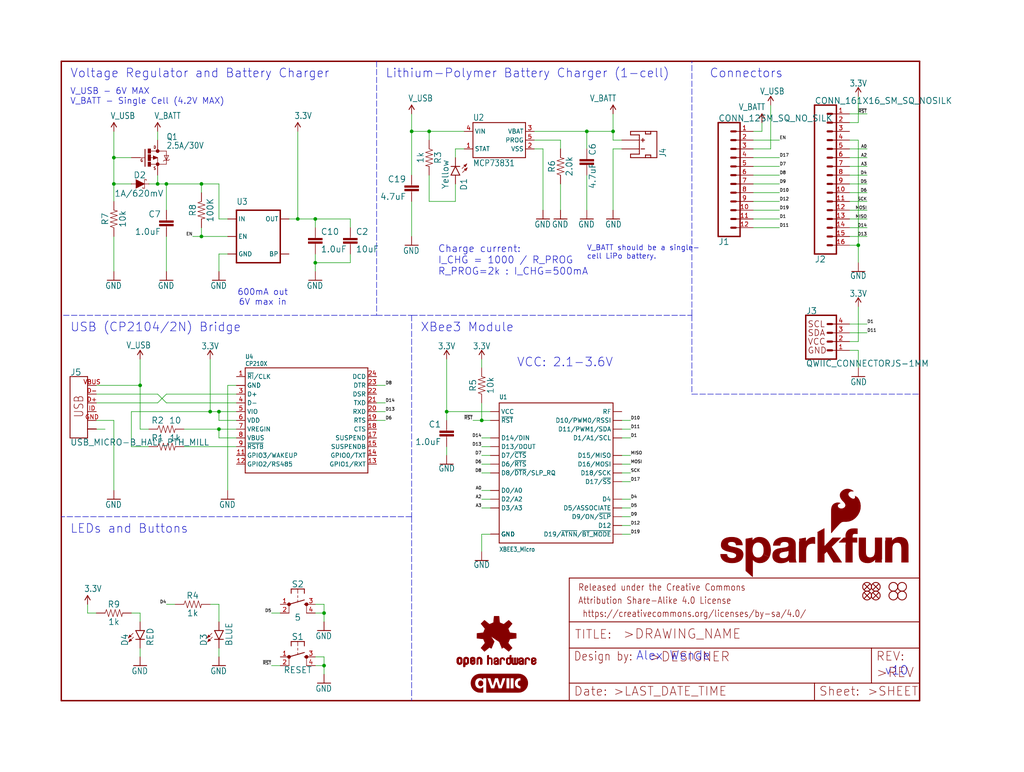
<source format=kicad_sch>
(kicad_sch (version 20211123) (generator eeschema)
  (paper "User" 297.002 223.926)
  (lib_symbols
    (symbol "schematicEagle-eagle-import:1.0UF-0402-16V-10%"
      (property "Reference" "C" (at 1.524 2.921 0))
      (property "Value" "1.0UF-0402-16V-10%" (at 1.524 -2.159 0))
      (symbol "1.0UF-0402-16V-10%_1_0"
        (pin passive line (at 0 5.08 270) (length 2.54) (name "1") (number "1"))
        (pin passive line (at 0 -2.54 90) (length 2.54) (name "2") (number "2"))
      )
    )
    (symbol "schematicEagle-eagle-import:1.0UF-0603-16V-10%"
      (property "Reference" "C" (at 1.524 2.921 0))
      (property "Value" "1.0UF-0603-16V-10%" (at 1.524 -2.159 0))
      (symbol "1.0UF-0603-16V-10%_1_0"
        (pin passive line (at 0 5.08 270) (length 2.54) (name "1") (number "1"))
        (pin passive line (at 0 -2.54 90) (length 2.54) (name "2") (number "2"))
      )
    )
    (symbol "schematicEagle-eagle-import:1.0UF-0603-16V-10%-X7R"
      (property "Reference" "C" (at 1.524 2.921 0))
      (property "Value" "1.0UF-0603-16V-10%-X7R" (at 1.524 -2.159 0))
      (symbol "1.0UF-0603-16V-10%-X7R_1_0"
        (pin passive line (at 0 5.08 270) (length 2.54) (name "1") (number "1"))
        (pin passive line (at 0 -2.54 90) (length 2.54) (name "2") (number "2"))
      )
    )
    (symbol "schematicEagle-eagle-import:100KOHM-0402-1{slash}16W-1%"
      (property "Reference" "R" (at 0 1.524 0))
      (property "Value" "100KOHM-0402-1{slash}16W-1%" (at 0 -1.524 0))
      (symbol "100KOHM-0402-1{slash}16W-1%_1_0"
        (pin passive line (at -5.08 0 0) (length 2.54) (name "1") (number "1"))
        (pin passive line (at 5.08 0 180) (length 2.54) (name "2") (number "2"))
      )
    )
    (symbol "schematicEagle-eagle-import:10KOHM-0603-1{slash}10W-1%"
      (property "Reference" "R" (at 0 1.524 0))
      (property "Value" "10KOHM-0603-1{slash}10W-1%" (at 0 -1.524 0))
      (symbol "10KOHM-0603-1{slash}10W-1%_1_0"
        (pin passive line (at -5.08 0 0) (length 2.54) (name "1") (number "1"))
        (pin passive line (at 5.08 0 180) (length 2.54) (name "2") (number "2"))
      )
    )
    (symbol "schematicEagle-eagle-import:10OHM-0603-1{slash}10W-1%"
      (property "Reference" "R" (at 0 1.524 0))
      (property "Value" "10OHM-0603-1{slash}10W-1%" (at 0 -1.524 0))
      (symbol "10OHM-0603-1{slash}10W-1%_1_0"
        (pin passive line (at -5.08 0 0) (length 2.54) (name "1") (number "1"))
        (pin passive line (at 5.08 0 180) (length 2.54) (name "2") (number "2"))
      )
    )
    (symbol "schematicEagle-eagle-import:10UF-0603-6.3V-20%"
      (property "Reference" "C" (at 1.524 2.921 0))
      (property "Value" "10UF-0603-6.3V-20%" (at 1.524 -2.159 0))
      (symbol "10UF-0603-6.3V-20%_1_0"
        (pin passive line (at 0 5.08 270) (length 2.54) (name "1") (number "1"))
        (pin passive line (at 0 -2.54 90) (length 2.54) (name "2") (number "2"))
      )
    )
    (symbol "schematicEagle-eagle-import:1KOHM-0603-1{slash}10W-1%"
      (property "Reference" "R" (at 0 1.524 0))
      (property "Value" "1KOHM-0603-1{slash}10W-1%" (at 0 -1.524 0))
      (symbol "1KOHM-0603-1{slash}10W-1%_1_0"
        (pin passive line (at -5.08 0 0) (length 2.54) (name "1") (number "1"))
        (pin passive line (at 5.08 0 180) (length 2.54) (name "2") (number "2"))
      )
    )
    (symbol "schematicEagle-eagle-import:2.0KOHM1{slash}10W5%(0603)"
      (property "Reference" "R" (at 0 1.524 0))
      (property "Value" "2.0KOHM1{slash}10W5%(0603)" (at 0 -1.524 0))
      (symbol "2.0KOHM1{slash}10W5%(0603)_1_0"
        (pin passive line (at -5.08 0 0) (length 2.54) (name "1") (number "1"))
        (pin passive line (at 5.08 0 180) (length 2.54) (name "2") (number "2"))
      )
    )
    (symbol "schematicEagle-eagle-import:3.3V" (power)
      (property "Value" "3.3V" (at 0 2.794 0))
      (symbol "3.3V_1_0"
        (pin power_in line (at 0 0 90) (length 2.54) (name "3.3V") (number "1"))
      )
    )
    (symbol "schematicEagle-eagle-import:4.7UF-0603-6.3V-(10%)"
      (property "Reference" "C" (at 1.524 2.921 0))
      (property "Value" "4.7UF-0603-6.3V-(10%)" (at 1.524 -2.159 0))
      (symbol "4.7UF-0603-6.3V-(10%)_1_0"
        (pin passive line (at 0 5.08 270) (length 2.54) (name "1") (number "1"))
        (pin passive line (at 0 -2.54 90) (length 2.54) (name "2") (number "2"))
      )
    )
    (symbol "schematicEagle-eagle-import:CONN_12SM_SQ_NO_SILK"
      (property "Reference" "J" (at 0 15.748 0))
      (property "Value" "CONN_12SM_SQ_NO_SILK" (at 0 -20.066 0))
      (symbol "CONN_12SM_SQ_NO_SILK_1_0"
        (pin passive line (at 10.16 -15.24 180) (length 5.08) (name "1") (number "1"))
        (pin passive line (at 10.16 7.62 180) (length 5.08) (name "10") (number "10"))
        (pin passive line (at 10.16 10.16 180) (length 5.08) (name "11") (number "11"))
        (pin passive line (at 10.16 12.7 180) (length 5.08) (name "12") (number "12"))
        (pin passive line (at 10.16 -12.7 180) (length 5.08) (name "2") (number "2"))
        (pin passive line (at 10.16 -10.16 180) (length 5.08) (name "3") (number "3"))
        (pin passive line (at 10.16 -7.62 180) (length 5.08) (name "4") (number "4"))
        (pin passive line (at 10.16 -5.08 180) (length 5.08) (name "5") (number "5"))
        (pin passive line (at 10.16 -2.54 180) (length 5.08) (name "6") (number "6"))
        (pin passive line (at 10.16 0 180) (length 5.08) (name "7") (number "7"))
        (pin passive line (at 10.16 2.54 180) (length 5.08) (name "8") (number "8"))
        (pin passive line (at 10.16 5.08 180) (length 5.08) (name "9") (number "9"))
      )
    )
    (symbol "schematicEagle-eagle-import:CONN_161X16_SM_SQ_NOSILK"
      (property "Reference" "J" (at 0 20.828 0))
      (property "Value" "CONN_161X16_SM_SQ_NOSILK" (at 0 -25.146 0))
      (symbol "CONN_161X16_SM_SQ_NOSILK_1_0"
        (pin passive line (at 10.16 -20.32 180) (length 5.08) (name "1") (number "1"))
        (pin passive line (at 10.16 2.54 180) (length 5.08) (name "10") (number "10"))
        (pin passive line (at 10.16 5.08 180) (length 5.08) (name "11") (number "11"))
        (pin passive line (at 10.16 7.62 180) (length 5.08) (name "12") (number "12"))
        (pin passive line (at 10.16 10.16 180) (length 5.08) (name "13") (number "13"))
        (pin passive line (at 10.16 12.7 180) (length 5.08) (name "14") (number "14"))
        (pin passive line (at 10.16 15.24 180) (length 5.08) (name "15") (number "15"))
        (pin passive line (at 10.16 17.78 180) (length 5.08) (name "16") (number "16"))
        (pin passive line (at 10.16 -17.78 180) (length 5.08) (name "2") (number "2"))
        (pin passive line (at 10.16 -15.24 180) (length 5.08) (name "3") (number "3"))
        (pin passive line (at 10.16 -12.7 180) (length 5.08) (name "4") (number "4"))
        (pin passive line (at 10.16 -10.16 180) (length 5.08) (name "5") (number "5"))
        (pin passive line (at 10.16 -7.62 180) (length 5.08) (name "6") (number "6"))
        (pin passive line (at 10.16 -5.08 180) (length 5.08) (name "7") (number "7"))
        (pin passive line (at 10.16 -2.54 180) (length 5.08) (name "8") (number "8"))
        (pin passive line (at 10.16 0 180) (length 5.08) (name "9") (number "9"))
      )
    )
    (symbol "schematicEagle-eagle-import:CP2102N"
      (property "Reference" "U" (at -17.78 17.78 0))
      (property "Value" "CP2102N" (at -17.78 15.748 0))
      (symbol "CP2102N_1_0"
        (pin bidirectional line (at -20.32 12.7 0) (length 2.54) (name "~{RI}/CLK") (number "1"))
        (pin bidirectional line (at -20.32 -10.16 0) (length 2.54) (name "GPIO3/WAKEUP") (number "11"))
        (pin bidirectional line (at -20.32 -12.7 0) (length 2.54) (name "GPIO2/RS485") (number "12"))
        (pin bidirectional line (at 20.32 -12.7 180) (length 2.54) (name "GPIO1/RXT") (number "13"))
        (pin bidirectional line (at 20.32 -10.16 180) (length 2.54) (name "GPIO0/TXT") (number "14"))
        (pin bidirectional line (at 20.32 -7.62 180) (length 2.54) (name "SUSPENDB") (number "15"))
        (pin bidirectional line (at 20.32 -5.08 180) (length 2.54) (name "SUSPEND") (number "17"))
        (pin bidirectional line (at 20.32 -2.54 180) (length 2.54) (name "CTS") (number "18"))
        (pin bidirectional line (at 20.32 0 180) (length 2.54) (name "RTS") (number "19"))
        (pin bidirectional line (at -20.32 10.16 0) (length 2.54) (name "GND") (number "2"))
        (pin bidirectional line (at 20.32 2.54 180) (length 2.54) (name "RXD") (number "20"))
        (pin bidirectional line (at 20.32 5.08 180) (length 2.54) (name "TXD") (number "21"))
        (pin bidirectional line (at 20.32 7.62 180) (length 2.54) (name "DSR") (number "22"))
        (pin bidirectional line (at 20.32 10.16 180) (length 2.54) (name "DTR") (number "23"))
        (pin bidirectional line (at 20.32 12.7 180) (length 2.54) (name "DCD") (number "24"))
        (pin bidirectional line (at -20.32 7.62 0) (length 2.54) (name "D+") (number "3"))
        (pin bidirectional line (at -20.32 5.08 0) (length 2.54) (name "D-") (number "4"))
        (pin bidirectional line (at -20.32 2.54 0) (length 2.54) (name "VIO") (number "5"))
        (pin bidirectional line (at -20.32 0 0) (length 2.54) (name "VDD") (number "6"))
        (pin bidirectional line (at -20.32 -2.54 0) (length 2.54) (name "VREGIN") (number "7"))
        (pin bidirectional line (at -20.32 -5.08 0) (length 2.54) (name "VBUS") (number "8"))
        (pin bidirectional line (at -20.32 -7.62 0) (length 2.54) (name "~{RSTB}") (number "9"))
        (pin bidirectional line (at -20.32 10.16 0) (length 2.54) (name "GND") (number "PAD"))
      )
    )
    (symbol "schematicEagle-eagle-import:DIODE-SCHOTTKY-BAT20J"
      (property "Reference" "D" (at -2.54 2.032 0))
      (property "Value" "DIODE-SCHOTTKY-BAT20J" (at -2.54 -2.032 0))
      (symbol "DIODE-SCHOTTKY-BAT20J_1_0"
        (pin passive line (at -2.54 0 0) (length 0) (name "A") (number "A"))
        (pin passive line (at 2.54 0 180) (length 0) (name "C") (number "C"))
      )
    )
    (symbol "schematicEagle-eagle-import:FIDUCIALUFIDUCIAL")
    (symbol "schematicEagle-eagle-import:FRAME-LETTER"
      (symbol "FRAME-LETTER_2_0"
        (text " https://creativecommons.org/licenses/by-sa/4.0/" (at 2.54 24.13 0) (effects (font (size 1.9304 1.6408)) (justify left bottom)))
        (text ">DESIGNER" (at 23.114 11.176 0) (effects (font (size 2.7432 2.7432)) (justify left bottom)))
        (text ">DRAWING_NAME" (at 15.494 17.78 0) (effects (font (size 2.7432 2.7432)) (justify left bottom)))
        (text ">LAST_DATE_TIME" (at 12.7 1.27 0) (effects (font (size 2.54 2.54)) (justify left bottom)))
        (text ">REV" (at 88.9 6.604 0) (effects (font (size 2.7432 2.7432)) (justify left bottom)))
        (text ">SHEET" (at 86.36 1.27 0) (effects (font (size 2.54 2.54)) (justify left bottom)))
        (text "Attribution Share-Alike 4.0 License" (at 2.54 27.94 0) (effects (font (size 1.9304 1.6408)) (justify left bottom)))
        (text "Date:" (at 1.27 1.27 0) (effects (font (size 2.54 2.54)) (justify left bottom)))
        (text "Design by:" (at 1.27 11.43 0) (effects (font (size 2.54 2.159)) (justify left bottom)))
        (text "Released under the Creative Commons" (at 2.54 31.75 0) (effects (font (size 1.9304 1.6408)) (justify left bottom)))
        (text "REV:" (at 88.9 11.43 0) (effects (font (size 2.54 2.54)) (justify left bottom)))
        (text "Sheet:" (at 72.39 1.27 0) (effects (font (size 2.54 2.54)) (justify left bottom)))
        (text "TITLE:" (at 1.524 17.78 0) (effects (font (size 2.54 2.54)) (justify left bottom)))
      )
    )
    (symbol "schematicEagle-eagle-import:GND" (power)
      (property "Value" "GND" (at 0 -0.254 0))
      (symbol "GND_1_0"
        (pin power_in line (at 0 2.54 270) (length 2.54) (name "GND") (number "1"))
      )
    )
    (symbol "schematicEagle-eagle-import:JST_2MM_MALE"
      (property "Reference" "J" (at -2.54 5.842 0))
      (symbol "JST_2MM_MALE_1_0"
        (pin bidirectional line (at 0 -5.08 90) (length 5.08) (name "-") (number "1"))
        (pin bidirectional line (at 2.54 -5.08 90) (length 5.08) (name "+") (number "2"))
        (pin bidirectional line (at -2.54 2.54 90) (length 0) (name "PAD1") (number "NC1"))
        (pin bidirectional line (at 5.08 2.54 90) (length 0) (name "PAD2") (number "NC2"))
      )
    )
    (symbol "schematicEagle-eagle-import:LED-BLUE0603"
      (property "Reference" "D" (at -3.429 -4.572 90))
      (property "Value" "LED-BLUE0603" (at 1.905 -4.572 90))
      (symbol "LED-BLUE0603_1_0"
        (pin passive line (at 0 2.54 270) (length 2.54) (name "A") (number "A"))
        (pin passive line (at 0 -5.08 90) (length 2.54) (name "C") (number "C"))
      )
    )
    (symbol "schematicEagle-eagle-import:LED-RED0603"
      (property "Reference" "D" (at -3.429 -4.572 90))
      (property "Value" "LED-RED0603" (at 1.905 -4.572 90))
      (symbol "LED-RED0603_1_0"
        (pin passive line (at 0 2.54 270) (length 2.54) (name "A") (number "A"))
        (pin passive line (at 0 -5.08 90) (length 2.54) (name "C") (number "C"))
      )
    )
    (symbol "schematicEagle-eagle-import:LED-YELLOW0603"
      (property "Reference" "D" (at -3.429 -4.572 90))
      (property "Value" "LED-YELLOW0603" (at 1.905 -4.572 90))
      (symbol "LED-YELLOW0603_1_0"
        (pin passive line (at 0 2.54 270) (length 2.54) (name "A") (number "A"))
        (pin passive line (at 0 -5.08 90) (length 2.54) (name "C") (number "C"))
      )
    )
    (symbol "schematicEagle-eagle-import:MCP73831"
      (property "Reference" "U" (at -7.62 5.588 0))
      (property "Value" "MCP73831" (at -7.62 -7.62 0))
      (symbol "MCP73831_1_0"
        (pin output line (at -10.16 -2.54 0) (length 2.54) (name "STAT") (number "1"))
        (pin power_in line (at 10.16 -2.54 180) (length 2.54) (name "VSS") (number "2"))
        (pin power_in line (at 10.16 2.54 180) (length 2.54) (name "VBAT") (number "3"))
        (pin power_in line (at -10.16 2.54 0) (length 2.54) (name "VIN") (number "4"))
        (pin input line (at 10.16 0 180) (length 2.54) (name "PROG") (number "5"))
      )
    )
    (symbol "schematicEagle-eagle-import:MOMENTARY-SWITCH-SPST-2-SMD-4.6X2.8MM"
      (property "Reference" "S" (at 0 4.826 0))
      (property "Value" "MOMENTARY-SWITCH-SPST-2-SMD-4.6X2.8MM" (at 0 -2.794 0))
      (symbol "MOMENTARY-SWITCH-SPST-2-SMD-4.6X2.8MM_1_0"
        (pin passive line (at -5.08 0 0) (length 2.54) (name "1") (number "1"))
        (pin passive line (at -5.08 -2.54 0) (length 2.54) (name "2") (number "2"))
        (pin passive line (at 5.08 0 180) (length 2.54) (name "3") (number "3"))
        (pin passive line (at 5.08 -2.54 180) (length 2.54) (name "4") (number "4"))
      )
    )
    (symbol "schematicEagle-eagle-import:MOSFET-PCHANNELDMG2307L"
      (property "Reference" "Q" (at 5.08 2.54 0))
      (property "Value" "MOSFET-PCHANNELDMG2307L" (at 5.08 0 0))
      (symbol "MOSFET-PCHANNELDMG2307L_1_0"
        (text "D" (at -1.27 2.54 0) (effects (font (size 0.8128 0.6908)) (justify left bottom)))
        (text "G" (at -5.08 -1.27 0) (effects (font (size 0.8128 0.6908)) (justify left bottom)))
        (text "S" (at -1.27 -3.556 0) (effects (font (size 0.8128 0.6908)) (justify left bottom)))
        (pin passive line (at -7.62 0 0) (length 2.54) (name "G") (number "1"))
        (pin passive line (at 0 -5.08 90) (length 2.54) (name "S") (number "2"))
        (pin passive line (at 0 5.08 270) (length 2.54) (name "D") (number "3"))
      )
    )
    (symbol "schematicEagle-eagle-import:OSHW-LOGOS")
    (symbol "schematicEagle-eagle-import:QWIIC_CONNECTORJS-1MM"
      (property "Reference" "J" (at -5.08 7.874 0))
      (property "Value" "QWIIC_CONNECTORJS-1MM" (at -5.08 -5.334 0))
      (symbol "QWIIC_CONNECTORJS-1MM_1_0"
        (text "GND" (at -4.572 -2.54 0) (effects (font (size 1.778 1.778)) (justify left)))
        (text "SCL" (at -4.572 5.08 0) (effects (font (size 1.778 1.778)) (justify left)))
        (text "SDA" (at -4.572 2.54 0) (effects (font (size 1.778 1.778)) (justify left)))
        (text "VCC" (at -4.572 0 0) (effects (font (size 1.778 1.778)) (justify left)))
        (pin power_in line (at 7.62 -2.54 180) (length 5.08) (name "1") (number "1"))
        (pin power_in line (at 7.62 0 180) (length 5.08) (name "2") (number "2"))
        (pin passive line (at 7.62 2.54 180) (length 5.08) (name "3") (number "3"))
        (pin passive line (at 7.62 5.08 180) (length 5.08) (name "4") (number "4"))
      )
    )
    (symbol "schematicEagle-eagle-import:QWIIC_LOGO_5MM")
    (symbol "schematicEagle-eagle-import:SFE_LOGO_NAME_FLAME.1_INCH")
    (symbol "schematicEagle-eagle-import:STAND-OFF")
    (symbol "schematicEagle-eagle-import:USB_MICRO-B_HALF_PTH_MILL"
      (property "Reference" "J" (at -2.54 10.414 0))
      (property "Value" "USB_MICRO-B_HALF_PTH_MILL" (at -2.54 -9.906 0))
      (symbol "USB_MICRO-B_HALF_PTH_MILL_1_0"
        (text "USB" (at 0 1.524 900) (effects (font (size 2.54 2.159))))
        (pin bidirectional line (at 5.08 2.54 180) (length 2.54) (name "D+") (number "D+"))
        (pin bidirectional line (at 5.08 5.08 180) (length 2.54) (name "D-") (number "D-"))
        (pin power_in line (at 5.08 -2.54 180) (length 2.54) (name "GND") (number "GND"))
        (pin bidirectional line (at 5.08 0 180) (length 2.54) (name "ID") (number "ID"))
        (pin bidirectional line (at 5.08 -5.08 180) (length 2.54) (name "SHIELD") (number "SHIELD"))
        (pin bidirectional line (at 5.08 -5.08 180) (length 2.54) (name "SHIELD") (number "SHIELD10"))
        (pin bidirectional line (at 5.08 -5.08 180) (length 2.54) (name "SHIELD") (number "SHIELD2"))
        (pin bidirectional line (at 5.08 -5.08 180) (length 2.54) (name "SHIELD") (number "SHIELD3"))
        (pin bidirectional line (at 5.08 -5.08 180) (length 2.54) (name "SHIELD") (number "SHIELD4"))
        (pin bidirectional line (at 5.08 -5.08 180) (length 2.54) (name "SHIELD") (number "SHIELD5"))
        (pin bidirectional line (at 5.08 -5.08 180) (length 2.54) (name "SHIELD") (number "SHIELD6"))
        (pin bidirectional line (at 5.08 -5.08 180) (length 2.54) (name "SHIELD") (number "SHIELD7"))
        (pin bidirectional line (at 5.08 -5.08 180) (length 2.54) (name "SHIELD") (number "SHIELD8"))
        (pin bidirectional line (at 5.08 -5.08 180) (length 2.54) (name "SHIELD") (number "SHIELD9"))
        (pin power_in line (at 5.08 7.62 180) (length 2.54) (name "VBUS") (number "VBUS"))
      )
    )
    (symbol "schematicEagle-eagle-import:V_BATT" (power)
      (property "Value" "V_BATT" (at -1.016 3.556 0))
      (symbol "V_BATT_1_0"
        (pin power_in line (at 0 0 90) (length 2.54) (name "V_BATT") (number "1"))
      )
    )
    (symbol "schematicEagle-eagle-import:V_REG_LDOSMD"
      (property "Reference" "U" (at -7.62 9.144 0))
      (property "Value" "V_REG_LDOSMD" (at -7.62 -11.43 0))
      (symbol "V_REG_LDOSMD_1_0"
        (pin input line (at -10.16 5.08 0) (length 2.54) (name "IN") (number "1"))
        (pin input line (at -10.16 -5.08 0) (length 2.54) (name "GND") (number "2"))
        (pin input line (at -10.16 0 0) (length 2.54) (name "EN") (number "3"))
        (pin input line (at 7.62 -5.08 180) (length 2.54) (name "BP") (number "4"))
        (pin passive line (at 7.62 5.08 180) (length 2.54) (name "OUT") (number "5"))
      )
    )
    (symbol "schematicEagle-eagle-import:V_USB" (power)
      (property "Value" "V_USB" (at -1.016 3.556 0))
      (symbol "V_USB_1_0"
        (pin power_in line (at 0 0 90) (length 2.54) (name "V_USB") (number "1"))
      )
    )
    (symbol "schematicEagle-eagle-import:XBEE3"
      (property "Reference" "U" (at -17.78 21.336 0))
      (property "Value" "XBEE3" (at -17.78 -22.86 0))
      (symbol "XBEE3_1_0"
        (pin bidirectional line (at -20.32 -17.78 0) (length 2.54) (name "GND") (number "P$1"))
        (pin bidirectional line (at -20.32 -17.78 0) (length 2.54) (name "GND") (number "P$10"))
        (pin bidirectional line (at 17.78 -17.78 180) (length 2.54) (name "D19/~{ATNN}/~{BT_MODE}") (number "P$11"))
        (pin bidirectional line (at -20.32 -17.78 0) (length 2.54) (name "GND") (number "P$12"))
        (pin bidirectional line (at 17.78 0 180) (length 2.54) (name "D18/SCK") (number "P$13"))
        (pin bidirectional line (at 17.78 -2.54 180) (length 2.54) (name "D17/~{SS}") (number "P$14"))
        (pin bidirectional line (at 17.78 2.54 180) (length 2.54) (name "D16/MOSI") (number "P$15"))
        (pin bidirectional line (at 17.78 5.08 180) (length 2.54) (name "D15/MISO") (number "P$16"))
        (pin bidirectional line (at -20.32 17.78 0) (length 2.54) (name "VCC") (number "P$2"))
        (pin bidirectional line (at -20.32 -17.78 0) (length 2.54) (name "GND") (number "P$21"))
        (pin bidirectional line (at 17.78 -7.62 180) (length 2.54) (name "D4") (number "P$23"))
        (pin bidirectional line (at -20.32 5.08 0) (length 2.54) (name "D7/~{CTS}") (number "P$24"))
        (pin bidirectional line (at 17.78 -12.7 180) (length 2.54) (name "D9/ON/~{SLP}") (number "P$25"))
        (pin bidirectional line (at 17.78 -10.16 180) (length 2.54) (name "D5/ASSOCIATE") (number "P$26"))
        (pin bidirectional line (at -20.32 2.54 0) (length 2.54) (name "D6/~{RTS}") (number "P$27"))
        (pin bidirectional line (at -20.32 -10.16 0) (length 2.54) (name "D3/A3") (number "P$28"))
        (pin bidirectional line (at -20.32 -7.62 0) (length 2.54) (name "D2/A2") (number "P$29"))
        (pin bidirectional line (at -20.32 7.62 0) (length 2.54) (name "D13/DOUT") (number "P$3"))
        (pin bidirectional line (at 17.78 10.16 180) (length 2.54) (name "D1/A1/SCL") (number "P$30"))
        (pin bidirectional line (at -20.32 -5.08 0) (length 2.54) (name "D0/A0") (number "P$31"))
        (pin bidirectional line (at -20.32 -17.78 0) (length 2.54) (name "GND") (number "P$32"))
        (pin bidirectional line (at 17.78 17.78 180) (length 2.54) (name "RF") (number "P$33"))
        (pin bidirectional line (at -20.32 -17.78 0) (length 2.54) (name "GND") (number "P$34"))
        (pin bidirectional line (at -20.32 10.16 0) (length 2.54) (name "D14/DIN") (number "P$4"))
        (pin bidirectional line (at 17.78 -15.24 180) (length 2.54) (name "D12") (number "P$5"))
        (pin input line (at -20.32 15.24 0) (length 2.54) (name "~{RST}") (number "P$6"))
        (pin bidirectional line (at 17.78 15.24 180) (length 2.54) (name "D10/PWM0/RSSI") (number "P$7"))
        (pin bidirectional line (at 17.78 12.7 180) (length 2.54) (name "D11/PWM1/SDA") (number "P$8"))
        (pin bidirectional line (at -20.32 0 0) (length 2.54) (name "D8/~{DTR}/SLP_RQ") (number "P$9"))
      )
    )
  )
  (junction (at 129.54 119.38))
  (junction (at 91.44 76.2))
  (junction (at 40.64 111.76))
  (junction (at 48.26 53.34))
  (junction (at 124.46 38.1))
  (junction (at 93.98 177.8))
  (junction (at 139.7 121.92))
  (junction (at 119.38 38.1))
  (junction (at 170.18 38.1))
  (junction (at 60.96 119.38))
  (junction (at 91.44 63.5))
  (junction (at 63.5 124.46))
  (junction (at 248.92 71.12))
  (junction (at 33.02 53.34))
  (junction (at 177.8 38.1))
  (junction (at 93.98 193.04))
  (junction (at 58.42 53.34))
  (junction (at 33.02 45.72))
  (junction (at 86.36 63.5))
  (junction (at 45.72 53.34))
  (junction (at 58.42 68.58))
  (junction (at 63.5 119.38))
  (wire (pts (xy 81.28 193.04) (xy 78.74 193.04)))
  (wire (pts (xy 177.8 40.64) (xy 177.8 38.1)))
  (wire (pts (xy 157.48 43.18) (xy 157.48 60.96)))
  (wire (pts (xy 246.38 33.02) (xy 251.46 33.02)))
  (wire (pts (xy 119.38 68.58) (xy 119.38 58.42)))
  (wire (pts (xy 38.1 53.34) (xy 33.02 53.34)))
  (wire (pts (xy 43.18 53.34) (xy 45.72 53.34)))
  (wire (pts (xy 129.54 129.54) (xy 129.54 132.08)))
  (wire (pts (xy 58.42 68.58) (xy 55.88 68.58)))
  (wire (pts (xy 45.72 114.3) (xy 48.26 116.84)))
  (wire (pts (xy 91.44 193.04) (xy 93.98 193.04)))
  (wire (pts (xy 53.34 124.46) (xy 63.5 124.46)))
  (wire (pts (xy 246.38 68.58) (xy 251.46 68.58)))
  (wire (pts (xy 180.34 137.16) (xy 182.88 137.16)))
  (wire (pts (xy 40.64 124.46) (xy 40.64 111.76)))
  (wire (pts (xy 246.38 40.64) (xy 248.92 40.64)))
  (wire (pts (xy 48.26 114.3) (xy 68.58 114.3)))
  (wire (pts (xy 180.34 139.7) (xy 182.88 139.7)))
  (wire (pts (xy 170.18 60.96) (xy 170.18 50.8)))
  (wire (pts (xy 246.38 55.88) (xy 251.46 55.88)))
  (wire (pts (xy 180.34 149.86) (xy 182.88 149.86)))
  (wire (pts (xy 246.38 50.8) (xy 251.46 50.8)))
  (wire (pts (xy 218.44 58.42) (xy 226.06 58.42)))
  (wire (pts (xy 246.38 96.52) (xy 251.46 96.52)))
  (wire (pts (xy 220.98 38.1) (xy 220.98 35.56)))
  (wire (pts (xy 180.34 127) (xy 182.88 127)))
  (wire (pts (xy 40.64 187.96) (xy 40.64 190.5)))
  (wire (pts (xy 68.58 121.92) (xy 63.5 121.92)))
  (wire (pts (xy 86.36 63.5) (xy 91.44 63.5)))
  (wire (pts (xy 218.44 38.1) (xy 220.98 38.1)))
  (wire (pts (xy 246.38 58.42) (xy 251.46 58.42)))
  (wire (pts (xy 63.5 190.5) (xy 63.5 187.96)))
  (wire (pts (xy 45.72 50.8) (xy 45.72 53.34)))
  (polyline (pts (xy 109.22 91.44) (xy 17.78 91.44)))
  (wire (pts (xy 33.02 38.1) (xy 33.02 45.72)))
  (wire (pts (xy 139.7 121.92) (xy 137.16 121.92)))
  (wire (pts (xy 63.5 63.5) (xy 63.5 53.34)))
  (wire (pts (xy 109.22 116.84) (xy 111.76 116.84)))
  (wire (pts (xy 25.4 177.8) (xy 25.4 175.26)))
  (wire (pts (xy 33.02 121.92) (xy 27.94 121.92)))
  (wire (pts (xy 170.18 43.18) (xy 170.18 38.1)))
  (wire (pts (xy 142.24 121.92) (xy 139.7 121.92)))
  (wire (pts (xy 91.44 76.2) (xy 101.6 76.2)))
  (wire (pts (xy 45.72 116.84) (xy 48.26 114.3)))
  (wire (pts (xy 40.64 111.76) (xy 40.64 104.14)))
  (wire (pts (xy 218.44 48.26) (xy 226.06 48.26)))
  (wire (pts (xy 60.96 119.38) (xy 63.5 119.38)))
  (wire (pts (xy 91.44 63.5) (xy 91.44 66.04)))
  (wire (pts (xy 142.24 119.38) (xy 129.54 119.38)))
  (wire (pts (xy 246.38 93.98) (xy 251.46 93.98)))
  (wire (pts (xy 101.6 63.5) (xy 101.6 66.04)))
  (wire (pts (xy 38.1 177.8) (xy 40.64 177.8)))
  (wire (pts (xy 124.46 58.42) (xy 124.46 50.8)))
  (wire (pts (xy 142.24 147.32) (xy 139.7 147.32)))
  (wire (pts (xy 246.38 60.96) (xy 251.46 60.96)))
  (wire (pts (xy 154.94 40.64) (xy 162.56 40.64)))
  (wire (pts (xy 50.8 175.26) (xy 48.26 175.26)))
  (wire (pts (xy 218.44 43.18) (xy 223.52 43.18)))
  (wire (pts (xy 93.98 177.8) (xy 93.98 180.34)))
  (polyline (pts (xy 119.38 91.44) (xy 119.38 149.86)))
  (wire (pts (xy 134.62 38.1) (xy 124.46 38.1)))
  (wire (pts (xy 93.98 190.5) (xy 93.98 193.04)))
  (wire (pts (xy 246.38 99.06) (xy 248.92 99.06)))
  (wire (pts (xy 124.46 38.1) (xy 119.38 38.1)))
  (wire (pts (xy 139.7 116.84) (xy 139.7 121.92)))
  (wire (pts (xy 162.56 53.34) (xy 162.56 60.96)))
  (wire (pts (xy 109.22 119.38) (xy 111.76 119.38)))
  (wire (pts (xy 38.1 129.54) (xy 38.1 119.38)))
  (wire (pts (xy 60.96 104.14) (xy 60.96 119.38)))
  (wire (pts (xy 218.44 60.96) (xy 226.06 60.96)))
  (polyline (pts (xy 119.38 91.44) (xy 200.66 91.44)))
  (wire (pts (xy 132.08 43.18) (xy 132.08 45.72)))
  (wire (pts (xy 142.24 154.94) (xy 139.7 154.94)))
  (wire (pts (xy 45.72 53.34) (xy 48.26 53.34)))
  (polyline (pts (xy 200.66 91.44) (xy 200.66 114.3)))
  (wire (pts (xy 248.92 35.56) (xy 248.92 27.94)))
  (wire (pts (xy 109.22 121.92) (xy 111.76 121.92)))
  (wire (pts (xy 93.98 175.26) (xy 93.98 177.8)))
  (wire (pts (xy 33.02 78.74) (xy 33.02 68.58)))
  (wire (pts (xy 119.38 38.1) (xy 119.38 33.02)))
  (wire (pts (xy 246.38 66.04) (xy 251.46 66.04)))
  (wire (pts (xy 180.34 132.08) (xy 182.88 132.08)))
  (wire (pts (xy 45.72 114.3) (xy 27.94 114.3)))
  (wire (pts (xy 246.38 35.56) (xy 248.92 35.56)))
  (wire (pts (xy 63.5 127) (xy 63.5 124.46)))
  (wire (pts (xy 124.46 40.64) (xy 124.46 38.1)))
  (polyline (pts (xy 109.22 17.78) (xy 109.22 91.44)))
  (wire (pts (xy 246.38 45.72) (xy 251.46 45.72)))
  (wire (pts (xy 142.24 134.62) (xy 139.7 134.62)))
  (wire (pts (xy 91.44 177.8) (xy 93.98 177.8)))
  (wire (pts (xy 38.1 119.38) (xy 60.96 119.38)))
  (wire (pts (xy 43.18 124.46) (xy 40.64 124.46)))
  (wire (pts (xy 48.26 116.84) (xy 68.58 116.84)))
  (wire (pts (xy 33.02 58.42) (xy 33.02 53.34)))
  (wire (pts (xy 33.02 121.92) (xy 33.02 142.24)))
  (wire (pts (xy 66.04 142.24) (xy 66.04 111.76)))
  (wire (pts (xy 93.98 193.04) (xy 93.98 195.58)))
  (polyline (pts (xy 119.38 149.86) (xy 119.38 203.2)))
  (wire (pts (xy 63.5 175.26) (xy 60.96 175.26)))
  (wire (pts (xy 58.42 68.58) (xy 58.42 66.04)))
  (wire (pts (xy 91.44 175.26) (xy 93.98 175.26)))
  (wire (pts (xy 91.44 63.5) (xy 101.6 63.5)))
  (wire (pts (xy 48.26 68.58) (xy 48.26 78.74)))
  (wire (pts (xy 58.42 53.34) (xy 58.42 55.88)))
  (wire (pts (xy 66.04 63.5) (xy 63.5 63.5)))
  (wire (pts (xy 218.44 53.34) (xy 226.06 53.34)))
  (wire (pts (xy 223.52 43.18) (xy 223.52 30.48)))
  (wire (pts (xy 142.24 137.16) (xy 139.7 137.16)))
  (wire (pts (xy 180.34 144.78) (xy 182.88 144.78)))
  (wire (pts (xy 38.1 45.72) (xy 33.02 45.72)))
  (wire (pts (xy 132.08 43.18) (xy 134.62 43.18)))
  (wire (pts (xy 248.92 99.06) (xy 248.92 88.9)))
  (wire (pts (xy 68.58 127) (xy 63.5 127)))
  (wire (pts (xy 66.04 111.76) (xy 68.58 111.76)))
  (wire (pts (xy 63.5 121.92) (xy 63.5 119.38)))
  (wire (pts (xy 246.38 63.5) (xy 251.46 63.5)))
  (wire (pts (xy 63.5 124.46) (xy 68.58 124.46)))
  (wire (pts (xy 142.24 142.24) (xy 139.7 142.24)))
  (wire (pts (xy 45.72 38.1) (xy 45.72 40.64)))
  (wire (pts (xy 63.5 73.66) (xy 63.5 78.74)))
  (wire (pts (xy 48.26 60.96) (xy 48.26 53.34)))
  (polyline (pts (xy 119.38 149.86) (xy 17.78 149.86)))
  (wire (pts (xy 246.38 43.18) (xy 251.46 43.18)))
  (wire (pts (xy 83.82 63.5) (xy 86.36 63.5)))
  (wire (pts (xy 132.08 53.34) (xy 132.08 58.42)))
  (wire (pts (xy 63.5 119.38) (xy 68.58 119.38)))
  (wire (pts (xy 48.26 53.34) (xy 58.42 53.34)))
  (wire (pts (xy 66.04 73.66) (xy 63.5 73.66)))
  (wire (pts (xy 154.94 43.18) (xy 157.48 43.18)))
  (wire (pts (xy 27.94 124.46) (xy 30.48 124.46)))
  (wire (pts (xy 180.34 152.4) (xy 182.88 152.4)))
  (wire (pts (xy 142.24 132.08) (xy 139.7 132.08)))
  (polyline (pts (xy 200.66 114.3) (xy 266.7 114.3)))
  (wire (pts (xy 218.44 40.64) (xy 226.06 40.64)))
  (wire (pts (xy 246.38 53.34) (xy 251.46 53.34)))
  (wire (pts (xy 81.28 177.8) (xy 78.74 177.8)))
  (wire (pts (xy 63.5 53.34) (xy 58.42 53.34)))
  (wire (pts (xy 180.34 121.92) (xy 182.88 121.92)))
  (wire (pts (xy 248.92 101.6) (xy 248.92 106.68)))
  (wire (pts (xy 180.34 124.46) (xy 182.88 124.46)))
  (wire (pts (xy 180.34 147.32) (xy 182.88 147.32)))
  (wire (pts (xy 45.72 116.84) (xy 27.94 116.84)))
  (wire (pts (xy 246.38 71.12) (xy 248.92 71.12)))
  (wire (pts (xy 91.44 190.5) (xy 93.98 190.5)))
  (wire (pts (xy 162.56 40.64) (xy 162.56 43.18)))
  (wire (pts (xy 218.44 50.8) (xy 226.06 50.8)))
  (wire (pts (xy 142.24 127) (xy 139.7 127)))
  (wire (pts (xy 177.8 38.1) (xy 170.18 38.1)))
  (wire (pts (xy 27.94 177.8) (xy 25.4 177.8)))
  (wire (pts (xy 132.08 58.42) (xy 124.46 58.42)))
  (wire (pts (xy 246.38 101.6) (xy 248.92 101.6)))
  (wire (pts (xy 142.24 144.78) (xy 139.7 144.78)))
  (wire (pts (xy 129.54 104.14) (xy 129.54 119.38)))
  (wire (pts (xy 40.64 111.76) (xy 27.94 111.76)))
  (polyline (pts (xy 200.66 91.44) (xy 200.66 17.78)))
  (wire (pts (xy 218.44 55.88) (xy 226.06 55.88)))
  (wire (pts (xy 218.44 63.5) (xy 226.06 63.5)))
  (wire (pts (xy 66.04 68.58) (xy 58.42 68.58)))
  (wire (pts (xy 180.34 154.94) (xy 182.88 154.94)))
  (wire (pts (xy 53.34 129.54) (xy 68.58 129.54)))
  (wire (pts (xy 91.44 76.2) (xy 91.44 73.66)))
  (wire (pts (xy 177.8 40.64) (xy 180.34 40.64)))
  (polyline (pts (xy 109.22 91.44) (xy 119.38 91.44)))
  (wire (pts (xy 177.8 38.1) (xy 177.8 33.02)))
  (wire (pts (xy 246.38 48.26) (xy 251.46 48.26)))
  (wire (pts (xy 101.6 76.2) (xy 101.6 73.66)))
  (wire (pts (xy 177.8 43.18) (xy 177.8 60.96)))
  (wire (pts (xy 86.36 63.5) (xy 86.36 38.1)))
  (wire (pts (xy 119.38 38.1) (xy 119.38 50.8)))
  (wire (pts (xy 40.64 177.8) (xy 40.64 180.34)))
  (wire (pts (xy 180.34 134.62) (xy 182.88 134.62)))
  (wire (pts (xy 109.22 111.76) (xy 111.76 111.76)))
  (wire (pts (xy 63.5 180.34) (xy 63.5 175.26)))
  (wire (pts (xy 91.44 78.74) (xy 91.44 76.2)))
  (wire (pts (xy 248.92 71.12) (xy 248.92 76.2)))
  (wire (pts (xy 43.18 129.54) (xy 38.1 129.54)))
  (wire (pts (xy 218.44 45.72) (xy 226.06 45.72)))
  (wire (pts (xy 248.92 40.64) (xy 248.92 71.12)))
  (wire (pts (xy 129.54 119.38) (xy 129.54 121.92)))
  (wire (pts (xy 139.7 106.68) (xy 139.7 104.14)))
  (wire (pts (xy 142.24 129.54) (xy 139.7 129.54)))
  (wire (pts (xy 139.7 154.94) (xy 139.7 160.02)))
  (wire (pts (xy 33.02 53.34) (xy 33.02 45.72)))
  (wire (pts (xy 170.18 38.1) (xy 154.94 38.1)))
  (wire (pts (xy 218.44 66.04) (xy 226.06 66.04)))
  (wire (pts (xy 177.8 43.18) (xy 180.34 43.18)))
  (text "V_BATT should be a single-\ncell LiPo battery." (at 170.18 71.12 180) (effects (font (size 1.524 1.524)) (justify left top)))
  (text "LEDs and Buttons" (at 20.32 154.94 180) (effects (font (size 2.54 2.54)) (justify left bottom)))
  (text "Alex Wende" (at 184.404 191.77 180) (effects (font (size 2.54 2.54)) (justify left bottom)))
  (text "VCC: 2.1-3.6V" (at 149.86 106.68 180) (effects (font (size 2.54 2.54)) (justify left bottom)))
  (text "Lithium-Polymer Battery Charger (1-cell)" (at 111.76 22.86 180) (effects (font (size 2.54 2.54)) (justify left bottom)))
  (text "USB (CP2104/2N) Bridge" (at 20.32 96.52 180) (effects (font (size 2.54 2.54)) (justify left bottom)))
  (text "Charge current:\nI_CHG = 1000 / R_PROG\nR_PROG=2k : I_CHG=500mA" (at 127 71.12 0) (effects (font (size 2.032 2.032)) (justify left top)))
  (text "Voltage Regulator and Battery Charger" (at 20.32 22.86 180) (effects (font (size 2.54 2.54)) (justify left bottom)))
  (text "600mA out\n6V max in" (at 76.2 83.82 180) (effects (font (size 1.778 1.778)) (justify top)))
  (text "v10" (at 256.54 196.088 180) (effects (font (size 2.54 2.54)) (justify left bottom)))
  (text "XBee3 Module" (at 121.92 96.52 180) (effects (font (size 2.54 2.54)) (justify left bottom)))
  (text "V_USB - 6V MAX\nV_BATT - Single Cell (4.2V MAX)" (at 20.32 30.48 180) (effects (font (size 1.778 1.778)) (justify left bottom)))
  (text "Connectors" (at 205.74 22.86 180) (effects (font (size 2.54 2.54)) (justify left bottom)))
  (label "D9" (at 182.88 149.86 0) (effects (font (size 0.889 0.889))))
  (label "D11" (at 251.46 96.52 0) (effects (font (size 0.889 0.889))))
  (label "D17" (at 226.06 45.72 0) (effects (font (size 0.889 0.889))))
  (label "D14" (at 251.46 66.04 180) (effects (font (size 0.889 0.889))))
  (label "D7" (at 139.7 132.08 180) (effects (font (size 0.889 0.889))))
  (label "MISO" (at 182.88 132.08 0) (effects (font (size 0.889 0.889))))
  (label "D12" (at 182.88 152.4 0) (effects (font (size 0.889 0.889))))
  (label "D12" (at 226.06 58.42 0) (effects (font (size 0.889 0.889))))
  (label "D13" (at 139.7 129.54 180) (effects (font (size 0.889 0.889))))
  (label "D14" (at 111.76 116.84 0) (effects (font (size 0.889 0.889))))
  (label "D7" (at 226.06 48.26 0) (effects (font (size 0.889 0.889))))
  (label "D4" (at 251.46 50.8 180) (effects (font (size 0.889 0.889))))
  (label "D1" (at 182.88 127 0) (effects (font (size 0.889 0.889))))
  (label "D8" (at 226.06 50.8 0) (effects (font (size 0.889 0.889))))
  (label "SCK" (at 251.46 58.42 180) (effects (font (size 0.889 0.889))))
  (label "D14" (at 139.7 127 180) (effects (font (size 0.889 0.889))))
  (label "D4" (at 48.26 175.26 180) (effects (font (size 0.889 0.889))))
  (label "D17" (at 182.88 139.7 0) (effects (font (size 0.889 0.889))))
  (label "D19" (at 226.06 60.96 0) (effects (font (size 0.889 0.889))))
  (label "D19" (at 182.88 154.94 0) (effects (font (size 0.889 0.889))))
  (label "D8" (at 111.76 111.76 0) (effects (font (size 0.889 0.889))))
  (label "D8" (at 139.7 137.16 180) (effects (font (size 0.889 0.889))))
  (label "A0" (at 139.7 142.24 180) (effects (font (size 0.889 0.889))))
  (label "A3" (at 139.7 147.32 180) (effects (font (size 0.889 0.889))))
  (label "MOSI" (at 251.46 60.96 180) (effects (font (size 0.889 0.889))))
  (label "D4" (at 182.88 144.78 0) (effects (font (size 0.889 0.889))))
  (label "D10" (at 226.06 55.88 0) (effects (font (size 0.889 0.889))))
  (label "D13" (at 111.76 119.38 0) (effects (font (size 0.889 0.889))))
  (label "D9" (at 226.06 53.34 0) (effects (font (size 0.889 0.889))))
  (label "D13" (at 251.46 68.58 180) (effects (font (size 0.889 0.889))))
  (label "MISO" (at 251.46 63.5 180) (effects (font (size 0.889 0.889))))
  (label "D5" (at 182.88 147.32 0) (effects (font (size 0.889 0.889))))
  (label "D6" (at 111.76 121.92 0) (effects (font (size 0.889 0.889))))
  (label "A0" (at 251.46 43.18 180) (effects (font (size 0.889 0.889))))
  (label "EN" (at 55.88 68.58 180) (effects (font (size 0.889 0.889))))
  (label "D6" (at 139.7 134.62 180) (effects (font (size 0.889 0.889))))
  (label "SCK" (at 182.88 137.16 0) (effects (font (size 0.889 0.889))))
  (label "A3" (at 251.46 48.26 180) (effects (font (size 0.889 0.889))))
  (label "~{RST}" (at 78.74 193.04 180) (effects (font (size 0.889 0.889))))
  (label "~{RST}" (at 251.46 33.02 180) (effects (font (size 0.889 0.889))))
  (label "EN" (at 226.06 40.64 0) (effects (font (size 0.889 0.889))))
  (label "D5" (at 251.46 53.34 180) (effects (font (size 0.889 0.889))))
  (label "A2" (at 139.7 144.78 180) (effects (font (size 0.889 0.889))))
  (label "~{RST}" (at 137.16 121.92 180) (effects (font (size 0.889 0.889))))
  (label "MOSI" (at 182.88 134.62 0) (effects (font (size 0.889 0.889))))
  (label "D11" (at 226.06 66.04 0) (effects (font (size 0.889 0.889))))
  (label "D6" (at 251.46 55.88 180) (effects (font (size 0.889 0.889))))
  (label "D11" (at 182.88 124.46 0) (effects (font (size 0.889 0.889))))
  (label "D1" (at 251.46 93.98 0) (effects (font (size 0.889 0.889))))
  (label "D5" (at 78.74 177.8 180) (effects (font (size 0.889 0.889))))
  (label "A2" (at 251.46 45.72 180) (effects (font (size 0.889 0.889))))
  (label "D10" (at 182.88 121.92 0) (effects (font (size 0.889 0.889))))
  (label "D1" (at 226.06 63.5 0) (effects (font (size 0.889 0.889))))
  (symbol (lib_id "schematicEagle-eagle-import:V_USB") (at 119.38 33.02 0) (unit 1)
    (property "Reference" "#SUPPLY23" (effects hide))
    (property "Value" "V_USB" (at 118.364 29.464 0) (effects (font (size 1.778 1.5113)) (justify left bottom)))
    (property "Footprint" "schematicEagle:" (effects hide))
  )
  (symbol (lib_id "schematicEagle-eagle-import:JST_2MM_MALE") (at 185.42 43.18 270) (mirror x) (unit 1)
    (property "Reference" "J4" (at 191.262 45.72 0) (effects (font (size 1.778 1.5113)) (justify left bottom)))
    (property "Value" "JST_2MM_MALE" (effects hide))
    (property "Footprint" "schematicEagle:JST-2-SMD" (effects hide))
  )
  (symbol (lib_id "schematicEagle-eagle-import:GND") (at 170.18 63.5 0) (unit 1)
    (property "Reference" "#GND12" (effects hide))
    (property "Value" "GND" (at 167.64 66.04 0) (effects (font (size 1.778 1.5113)) (justify left bottom)))
    (property "Footprint" "schematicEagle:" (effects hide))
  )
  (symbol (lib_id "schematicEagle-eagle-import:FRAME-LETTER") (at 17.78 203.2 0) (unit 1)
    (property "Reference" "FRAME1" (effects hide))
    (property "Value" "FRAME-LETTER" (effects hide))
    (property "Footprint" "schematicEagle:CREATIVE_COMMONS" (effects hide))
  )
  (symbol (lib_id "schematicEagle-eagle-import:GND") (at 33.02 81.28 0) (unit 1)
    (property "Reference" "#GND13" (effects hide))
    (property "Value" "GND" (at 30.48 83.82 0) (effects (font (size 1.778 1.5113)) (justify left bottom)))
    (property "Footprint" "schematicEagle:" (effects hide))
  )
  (symbol (lib_id "schematicEagle-eagle-import:10KOHM-0603-1{slash}10W-1%") (at 139.7 111.76 90) (unit 1)
    (property "Reference" "R5" (at 138.176 111.76 0) (effects (font (size 1.778 1.778)) (justify bottom)))
    (property "Value" "10k" (at 141.224 111.76 0) (effects (font (size 1.778 1.778)) (justify top)))
    (property "Footprint" "schematicEagle:0603" (effects hide))
  )
  (symbol (lib_id "schematicEagle-eagle-import:GND") (at 63.5 81.28 0) (unit 1)
    (property "Reference" "#GND15" (effects hide))
    (property "Value" "GND" (at 60.96 83.82 0) (effects (font (size 1.778 1.5113)) (justify left bottom)))
    (property "Footprint" "schematicEagle:" (effects hide))
  )
  (symbol (lib_id "schematicEagle-eagle-import:1KOHM-0603-1{slash}10W-1%") (at 124.46 45.72 270) (unit 1)
    (property "Reference" "R3" (at 125.984 45.72 0) (effects (font (size 1.778 1.778)) (justify bottom)))
    (property "Value" "1k" (at 122.936 45.72 0) (effects (font (size 1.778 1.778)) (justify top)))
    (property "Footprint" "schematicEagle:0603" (effects hide))
  )
  (symbol (lib_id "schematicEagle-eagle-import:FRAME-LETTER") (at 165.1 203.2 0) (unit 2)
    (property "Reference" "FRAME1" (effects hide))
    (property "Value" "FRAME-LETTER" (effects hide))
    (property "Footprint" "schematicEagle:CREATIVE_COMMONS" (effects hide))
  )
  (symbol (lib_id "schematicEagle-eagle-import:GND") (at 248.92 78.74 0) (mirror y) (unit 1)
    (property "Reference" "#GND5" (effects hide))
    (property "Value" "GND" (at 248.92 78.994 0) (effects (font (size 1.778 1.5113)) (justify top)))
    (property "Footprint" "schematicEagle:" (effects hide))
  )
  (symbol (lib_id "schematicEagle-eagle-import:QWIIC_LOGO_5MM") (at 144.78 198.12 0) (unit 1)
    (property "Reference" "U$63" (effects hide))
    (property "Value" "QWIIC_LOGO_5MM" (effects hide))
    (property "Footprint" "schematicEagle:QWIIC_5MM" (effects hide))
  )
  (symbol (lib_id "schematicEagle-eagle-import:GND") (at 48.26 81.28 0) (unit 1)
    (property "Reference" "#GND14" (effects hide))
    (property "Value" "GND" (at 45.72 83.82 0) (effects (font (size 1.778 1.5113)) (justify left bottom)))
    (property "Footprint" "schematicEagle:" (effects hide))
  )
  (symbol (lib_id "schematicEagle-eagle-import:3.3V") (at 60.96 104.14 0) (unit 1)
    (property "Reference" "#SUPPLY9" (effects hide))
    (property "Value" "3.3V" (at 60.96 101.346 0) (effects (font (size 1.778 1.5113)) (justify bottom)))
    (property "Footprint" "schematicEagle:" (effects hide))
  )
  (symbol (lib_id "schematicEagle-eagle-import:GND") (at 162.56 63.5 0) (unit 1)
    (property "Reference" "#GND11" (effects hide))
    (property "Value" "GND" (at 160.02 66.04 0) (effects (font (size 1.778 1.5113)) (justify left bottom)))
    (property "Footprint" "schematicEagle:" (effects hide))
  )
  (symbol (lib_id "schematicEagle-eagle-import:MOSFET-PCHANNELDMG2307L") (at 45.72 45.72 0) (unit 1)
    (property "Reference" "Q1" (at 48.26 40.64 0) (effects (font (size 1.778 1.5113)) (justify left bottom)))
    (property "Value" "2.5A/30V" (at 48.26 43.18 0) (effects (font (size 1.778 1.5113)) (justify left bottom)))
    (property "Footprint" "schematicEagle:SOT23-3@1" (effects hide))
  )
  (symbol (lib_id "schematicEagle-eagle-import:3.3V") (at 248.92 88.9 0) (unit 1)
    (property "Reference" "#SUPPLY2" (effects hide))
    (property "Value" "3.3V" (at 248.92 86.106 0) (effects (font (size 1.778 1.5113)) (justify bottom)))
    (property "Footprint" "schematicEagle:" (effects hide))
  )
  (symbol (lib_id "schematicEagle-eagle-import:LED-BLUE0603") (at 63.5 182.88 0) (unit 1)
    (property "Reference" "D3" (at 60.071 187.452 90) (effects (font (size 1.778 1.778)) (justify left bottom)))
    (property "Value" "BLUE" (at 65.405 187.452 90) (effects (font (size 1.778 1.778)) (justify left top)))
    (property "Footprint" "schematicEagle:LED-0603" (effects hide))
  )
  (symbol (lib_id "schematicEagle-eagle-import:STAND-OFF") (at 259.08 172.72 0) (unit 1)
    (property "Reference" "H4" (effects hide))
    (property "Value" "STAND-OFF" (effects hide))
    (property "Footprint" "schematicEagle:STAND-OFF" (effects hide))
  )
  (symbol (lib_id "schematicEagle-eagle-import:GND") (at 157.48 63.5 0) (unit 1)
    (property "Reference" "#GND9" (effects hide))
    (property "Value" "GND" (at 154.94 66.04 0) (effects (font (size 1.778 1.5113)) (justify left bottom)))
    (property "Footprint" "schematicEagle:" (effects hide))
  )
  (symbol (lib_id "schematicEagle-eagle-import:GND") (at 93.98 182.88 0) (unit 1)
    (property "Reference" "#GND16" (effects hide))
    (property "Value" "GND" (at 91.44 185.42 0) (effects (font (size 1.778 1.5113)) (justify left bottom)))
    (property "Footprint" "schematicEagle:" (effects hide))
  )
  (symbol (lib_id "schematicEagle-eagle-import:GND") (at 129.54 134.62 0) (unit 1)
    (property "Reference" "#GND2" (effects hide))
    (property "Value" "GND" (at 129.54 134.874 0) (effects (font (size 1.778 1.5113)) (justify top)))
    (property "Footprint" "schematicEagle:" (effects hide))
  )
  (symbol (lib_id "schematicEagle-eagle-import:GND") (at 33.02 144.78 0) (unit 1)
    (property "Reference" "#GND26" (effects hide))
    (property "Value" "GND" (at 30.48 147.32 0) (effects (font (size 1.778 1.5113)) (justify left bottom)))
    (property "Footprint" "schematicEagle:" (effects hide))
  )
  (symbol (lib_id "schematicEagle-eagle-import:CONN_12SM_SQ_NO_SILK") (at 208.28 53.34 0) (mirror x) (unit 1)
    (property "Reference" "J1" (at 208.28 69.088 0) (effects (font (size 1.778 1.778)) (justify left bottom)))
    (property "Value" "CONN_12SM_SQ_NO_SILK" (at 208.28 33.274 0) (effects (font (size 1.778 1.778)) (justify left bottom)))
    (property "Footprint" "schematicEagle:1X12_SM_SQ_NOSILK" (effects hide))
  )
  (symbol (lib_id "schematicEagle-eagle-import:V_BATT") (at 220.98 35.56 0) (mirror y) (unit 1)
    (property "Reference" "#SUPPLY3" (effects hide))
    (property "Value" "V_BATT" (at 221.996 32.004 0) (effects (font (size 1.778 1.5113)) (justify left bottom)))
    (property "Footprint" "schematicEagle:" (effects hide))
  )
  (symbol (lib_id "schematicEagle-eagle-import:OSHW-LOGOS") (at 144.018 184.404 0) (unit 1)
    (property "Reference" "LOGO2" (effects hide))
    (property "Value" "OSHW-LOGOS" (effects hide))
    (property "Footprint" "schematicEagle:OSHW-LOGO-S" (effects hide))
  )
  (symbol (lib_id "schematicEagle-eagle-import:XBEE3") (at 162.56 137.16 0) (unit 1)
    (property "Reference" "U1" (at 144.78 115.824 0) (effects (font (size 1.27 1.0795)) (justify left bottom)))
    (property "Value" "XBEE3_Micro" (at 144.78 160.02 0) (effects (font (size 1.27 1.0795)) (justify left bottom)))
    (property "Footprint" "schematicEagle:XBEE3" (effects hide))
  )
  (symbol (lib_id "schematicEagle-eagle-import:1.0UF-0603-16V-10%") (at 129.54 127 0) (mirror y) (unit 1)
    (property "Reference" "C1" (at 128.016 124.079 0) (effects (font (size 1.778 1.778)) (justify left bottom)))
    (property "Value" "1.0uF" (at 128.016 129.159 0) (effects (font (size 1.778 1.778)) (justify left bottom)))
    (property "Footprint" "schematicEagle:0603" (effects hide))
  )
  (symbol (lib_id "schematicEagle-eagle-import:USB_MICRO-B_HALF_PTH_MILL") (at 22.86 119.38 0) (unit 1)
    (property "Reference" "J5" (at 20.32 108.966 0) (effects (font (size 1.778 1.778)) (justify left bottom)))
    (property "Value" "USB_MICRO-B_HALF_PTH_MILL" (at 20.32 129.286 0) (effects (font (size 1.778 1.778)) (justify left bottom)))
    (property "Footprint" "schematicEagle:USB-MICROB-PTH-MILL" (effects hide))
  )
  (symbol (lib_id "schematicEagle-eagle-import:DIODE-SCHOTTKY-BAT20J") (at 40.64 53.34 0) (unit 1)
    (property "Reference" "D2" (at 42.418 49.7586 0) (effects (font (size 1.778 1.778)) (justify right top)))
    (property "Value" "1A/620mV" (at 47.498 55.0926 0) (effects (font (size 1.778 1.778)) (justify right top)))
    (property "Footprint" "schematicEagle:SOD-323" (effects hide))
  )
  (symbol (lib_id "schematicEagle-eagle-import:1KOHM-0603-1{slash}10W-1%") (at 55.88 175.26 0) (unit 1)
    (property "Reference" "R4" (at 55.88 173.736 0) (effects (font (size 1.778 1.778)) (justify bottom)))
    (property "Value" "1k" (at 55.88 176.784 0) (effects (font (size 1.778 1.778)) (justify top)))
    (property "Footprint" "schematicEagle:0603" (effects hide))
  )
  (symbol (lib_id "schematicEagle-eagle-import:GND") (at 119.38 71.12 0) (unit 1)
    (property "Reference" "#GND41" (effects hide))
    (property "Value" "GND" (at 116.84 73.66 0) (effects (font (size 1.778 1.5113)) (justify left bottom)))
    (property "Footprint" "schematicEagle:" (effects hide))
  )
  (symbol (lib_id "schematicEagle-eagle-import:10UF-0603-6.3V-20%") (at 101.6 71.12 0) (unit 1)
    (property "Reference" "C2" (at 103.124 68.199 0) (effects (font (size 1.778 1.778)) (justify left bottom)))
    (property "Value" "10uF" (at 103.124 73.279 0) (effects (font (size 1.778 1.778)) (justify left bottom)))
    (property "Footprint" "schematicEagle:0603" (effects hide))
  )
  (symbol (lib_id "schematicEagle-eagle-import:3.3V") (at 129.54 104.14 0) (unit 1)
    (property "Reference" "#SUPPLY1" (effects hide))
    (property "Value" "3.3V" (at 129.54 101.346 0) (effects (font (size 1.778 1.5113)) (justify bottom)))
    (property "Footprint" "schematicEagle:" (effects hide))
  )
  (symbol (lib_id "schematicEagle-eagle-import:FIDUCIALUFIDUCIAL") (at 254 172.72 0) (unit 1)
    (property "Reference" "FD1" (effects hide))
    (property "Value" "FIDUCIALUFIDUCIAL" (effects hide))
    (property "Footprint" "schematicEagle:FIDUCIAL-MICRO" (effects hide))
  )
  (symbol (lib_id "schematicEagle-eagle-import:GND") (at 248.92 109.22 0) (mirror y) (unit 1)
    (property "Reference" "#GND3" (effects hide))
    (property "Value" "GND" (at 251.46 111.76 0) (effects (font (size 1.778 1.5113)) (justify left bottom)))
    (property "Footprint" "schematicEagle:" (effects hide))
  )
  (symbol (lib_id "schematicEagle-eagle-import:STAND-OFF") (at 261.62 172.72 0) (unit 1)
    (property "Reference" "H1" (effects hide))
    (property "Value" "STAND-OFF" (effects hide))
    (property "Footprint" "schematicEagle:STAND-OFF" (effects hide))
  )
  (symbol (lib_id "schematicEagle-eagle-import:CP2102N") (at 88.9 121.92 0) (unit 1)
    (property "Reference" "U4" (at 71.12 104.14 0) (effects (font (size 1.27 1.0795)) (justify left bottom)))
    (property "Value" "CP210X" (at 71.12 106.172 0) (effects (font (size 1.27 1.0795)) (justify left bottom)))
    (property "Footprint" "schematicEagle:QFN24" (effects hide))
  )
  (symbol (lib_id "schematicEagle-eagle-import:FIDUCIALUFIDUCIAL") (at 254 170.18 0) (unit 1)
    (property "Reference" "FD2" (effects hide))
    (property "Value" "FIDUCIALUFIDUCIAL" (effects hide))
    (property "Footprint" "schematicEagle:FIDUCIAL-MICRO" (effects hide))
  )
  (symbol (lib_id "schematicEagle-eagle-import:3.3V") (at 139.7 104.14 0) (unit 1)
    (property "Reference" "#SUPPLY6" (effects hide))
    (property "Value" "3.3V" (at 139.7 101.346 0) (effects (font (size 1.778 1.5113)) (justify bottom)))
    (property "Footprint" "schematicEagle:" (effects hide))
  )
  (symbol (lib_id "schematicEagle-eagle-import:1.0UF-0402-16V-10%") (at 91.44 71.12 0) (unit 1)
    (property "Reference" "C10" (at 92.964 68.199 0) (effects (font (size 1.778 1.778)) (justify left bottom)))
    (property "Value" "1.0uF" (at 92.964 73.279 0) (effects (font (size 1.778 1.778)) (justify left bottom)))
    (property "Footprint" "schematicEagle:0402" (effects hide))
  )
  (symbol (lib_id "schematicEagle-eagle-import:10KOHM-0603-1{slash}10W-1%") (at 33.02 63.5 90) (unit 1)
    (property "Reference" "R7" (at 31.496 63.5 0) (effects (font (size 1.778 1.778)) (justify bottom)))
    (property "Value" "10k" (at 34.544 63.5 0) (effects (font (size 1.778 1.778)) (justify top)))
    (property "Footprint" "schematicEagle:0603" (effects hide))
  )
  (symbol (lib_id "schematicEagle-eagle-import:V_REG_LDOSMD") (at 76.2 68.58 0) (unit 1)
    (property "Reference" "U3" (at 68.58 59.436 0) (effects (font (size 1.778 1.5113)) (justify left bottom)))
    (property "Value" "AP2112K-3.3V" (at 68.58 80.01 0) (effects (font (size 1.778 1.5113)) (justify left bottom)))
    (property "Footprint" "schematicEagle:SOT23-5" (effects hide))
    (property "Value" "AP2112K-3.3V" (effects hide))
  )
  (symbol (lib_id "schematicEagle-eagle-import:1.0UF-0603-16V-10%-X7R") (at 48.26 66.04 0) (mirror y) (unit 1)
    (property "Reference" "C7" (at 46.736 63.119 0) (effects (font (size 1.778 1.778)) (justify left bottom)))
    (property "Value" "1.0uF" (at 46.736 68.199 0) (effects (font (size 1.778 1.778)) (justify left bottom)))
    (property "Footprint" "schematicEagle:0603" (effects hide))
  )
  (symbol (lib_id "schematicEagle-eagle-import:100KOHM-0402-1{slash}16W-1%") (at 58.42 60.96 90) (mirror x) (unit 1)
    (property "Reference" "R8" (at 56.896 60.96 0) (effects (font (size 1.778 1.778)) (justify bottom)))
    (property "Value" "100K" (at 59.944 60.96 0) (effects (font (size 1.778 1.778)) (justify top)))
    (property "Footprint" "schematicEagle:0402" (effects hide))
  )
  (symbol (lib_id "schematicEagle-eagle-import:LED-RED0603") (at 40.64 182.88 0) (unit 1)
    (property "Reference" "D4" (at 37.211 187.452 90) (effects (font (size 1.778 1.778)) (justify left bottom)))
    (property "Value" "RED" (at 42.545 187.452 90) (effects (font (size 1.778 1.778)) (justify left top)))
    (property "Footprint" "schematicEagle:LED-0603" (effects hide))
  )
  (symbol (lib_id "schematicEagle-eagle-import:MOMENTARY-SWITCH-SPST-2-SMD-4.6X2.8MM") (at 86.36 175.26 0) (unit 1)
    (property "Reference" "S2" (at 86.36 170.434 0) (effects (font (size 1.778 1.778)) (justify bottom)))
    (property "Value" "5" (at 86.36 178.054 0) (effects (font (size 1.778 1.778)) (justify top)))
    (property "Footprint" "schematicEagle:TACTILE_SWITCH_SMD_4.6X2.8MM" (effects hide))
  )
  (symbol (lib_id "schematicEagle-eagle-import:3.3V") (at 86.36 38.1 0) (unit 1)
    (property "Reference" "#SUPPLY8" (effects hide))
    (property "Value" "3.3V" (at 85.344 34.544 0) (effects (font (size 1.778 1.5113)) (justify left bottom)))
    (property "Footprint" "schematicEagle:" (effects hide))
  )
  (symbol (lib_id "schematicEagle-eagle-import:4.7UF-0603-6.3V-(10%)") (at 119.38 55.88 0) (mirror y) (unit 1)
    (property "Reference" "C19" (at 117.856 52.959 0) (effects (font (size 1.778 1.778)) (justify left bottom)))
    (property "Value" "4.7uF" (at 117.856 58.039 0) (effects (font (size 1.778 1.778)) (justify left bottom)))
    (property "Footprint" "schematicEagle:0603" (effects hide))
  )
  (symbol (lib_id "schematicEagle-eagle-import:SFE_LOGO_NAME_FLAME.1_INCH") (at 208.28 167.64 0) (unit 1)
    (property "Reference" "LOGO1" (effects hide))
    (property "Value" "SFE_LOGO_NAME_FLAME.1_INCH" (effects hide))
    (property "Footprint" "schematicEagle:SFE_LOGO_NAME_FLAME_.1" (effects hide))
  )
  (symbol (lib_id "schematicEagle-eagle-import:MCP73831") (at 144.78 40.64 0) (unit 1)
    (property "Reference" "U2" (at 137.16 35.052 0) (effects (font (size 1.778 1.5113)) (justify left bottom)))
    (property "Value" "MCP73831" (at 137.16 48.26 0) (effects (font (size 1.778 1.5113)) (justify left bottom)))
    (property "Footprint" "schematicEagle:SOT23-5" (effects hide))
  )
  (symbol (lib_id "schematicEagle-eagle-import:GND") (at 93.98 198.12 0) (unit 1)
    (property "Reference" "#GND10" (effects hide))
    (property "Value" "GND" (at 91.44 200.66 0) (effects (font (size 1.778 1.5113)) (justify left bottom)))
    (property "Footprint" "schematicEagle:" (effects hide))
  )
  (symbol (lib_id "schematicEagle-eagle-import:V_BATT") (at 45.72 38.1 0) (unit 1)
    (property "Reference" "#SUPPLY27" (effects hide))
    (property "Value" "V_BATT" (at 44.704 34.544 0) (effects (font (size 1.778 1.5113)) (justify left bottom)))
    (property "Footprint" "schematicEagle:" (effects hide))
  )
  (symbol (lib_id "schematicEagle-eagle-import:GND") (at 63.5 193.04 0) (unit 1)
    (property "Reference" "#GND8" (effects hide))
    (property "Value" "GND" (at 60.96 195.58 0) (effects (font (size 1.778 1.5113)) (justify left bottom)))
    (property "Footprint" "schematicEagle:" (effects hide))
  )
  (symbol (lib_id "schematicEagle-eagle-import:V_USB") (at 33.02 38.1 0) (unit 1)
    (property "Reference" "#SUPPLY22" (effects hide))
    (property "Value" "V_USB" (at 32.004 34.544 0) (effects (font (size 1.778 1.5113)) (justify left bottom)))
    (property "Footprint" "schematicEagle:" (effects hide))
  )
  (symbol (lib_id "schematicEagle-eagle-import:MOMENTARY-SWITCH-SPST-2-SMD-4.6X2.8MM") (at 86.36 190.5 0) (unit 1)
    (property "Reference" "S1" (at 86.36 185.674 0) (effects (font (size 1.778 1.778)) (justify bottom)))
    (property "Value" "RESET" (at 86.36 193.294 0) (effects (font (size 1.778 1.778)) (justify top)))
    (property "Footprint" "schematicEagle:TACTILE_SWITCH_SMD_4.6X2.8MM" (effects hide))
  )
  (symbol (lib_id "schematicEagle-eagle-import:4.7UF-0603-6.3V-(10%)") (at 170.18 48.26 0) (unit 1)
    (property "Reference" "C6" (at 172.847 45.212 90) (effects (font (size 1.778 1.778)) (justify left bottom)))
    (property "Value" "4.7uF" (at 172.847 54.864 90) (effects (font (size 1.778 1.778)) (justify left bottom)))
    (property "Footprint" "schematicEagle:0603" (effects hide))
  )
  (symbol (lib_id "schematicEagle-eagle-import:FIDUCIALUFIDUCIAL") (at 251.46 170.18 0) (unit 1)
    (property "Reference" "FD3" (effects hide))
    (property "Value" "FIDUCIALUFIDUCIAL" (effects hide))
    (property "Footprint" "schematicEagle:FIDUCIAL-MICRO" (effects hide))
  )
  (symbol (lib_id "schematicEagle-eagle-import:1KOHM-0603-1{slash}10W-1%") (at 48.26 129.54 0) (unit 1)
    (property "Reference" "R1" (at 45.72 128.016 0) (effects (font (size 1.778 1.778)) (justify bottom)))
    (property "Value" "1k" (at 50.8 128.016 0) (effects (font (size 1.778 1.778)) (justify bottom)))
    (property "Footprint" "schematicEagle:0603" (effects hide))
  )
  (symbol (lib_id "schematicEagle-eagle-import:STAND-OFF") (at 261.62 170.18 0) (unit 1)
    (property "Reference" "H2" (effects hide))
    (property "Value" "STAND-OFF" (effects hide))
    (property "Footprint" "schematicEagle:STAND-OFF" (effects hide))
  )
  (symbol (lib_id "schematicEagle-eagle-import:V_USB") (at 40.64 104.14 0) (unit 1)
    (property "Reference" "#SUPPLY14" (effects hide))
    (property "Value" "V_USB" (at 36.576 101.092 0) (effects (font (size 1.778 1.5113)) (justify left bottom)))
    (property "Footprint" "schematicEagle:" (effects hide))
  )
  (symbol (lib_id "schematicEagle-eagle-import:GND") (at 40.64 193.04 0) (unit 1)
    (property "Reference" "#GND17" (effects hide))
    (property "Value" "GND" (at 38.1 195.58 0) (effects (font (size 1.778 1.5113)) (justify left bottom)))
    (property "Footprint" "schematicEagle:" (effects hide))
  )
  (symbol (lib_id "schematicEagle-eagle-import:3.3V") (at 25.4 175.26 0) (unit 1)
    (property "Reference" "#SUPPLY10" (effects hide))
    (property "Value" "3.3V" (at 24.384 171.704 0) (effects (font (size 1.778 1.5113)) (justify left bottom)))
    (property "Footprint" "schematicEagle:" (effects hide))
  )
  (symbol (lib_id "schematicEagle-eagle-import:V_BATT") (at 177.8 33.02 0) (mirror y) (unit 1)
    (property "Reference" "#SUPPLY25" (effects hide))
    (property "Value" "V_BATT" (at 178.816 29.464 0) (effects (font (size 1.778 1.5113)) (justify left bottom)))
    (property "Footprint" "schematicEagle:" (effects hide))
  )
  (symbol (lib_id "schematicEagle-eagle-import:GND") (at 139.7 162.56 0) (unit 1)
    (property "Reference" "#GND1" (effects hide))
    (property "Value" "GND" (at 139.7 162.814 0) (effects (font (size 1.778 1.5113)) (justify top)))
    (property "Footprint" "schematicEagle:" (effects hide))
  )
  (symbol (lib_id "schematicEagle-eagle-import:1KOHM-0603-1{slash}10W-1%") (at 33.02 177.8 0) (unit 1)
    (property "Reference" "R9" (at 33.02 176.276 0) (effects (font (size 1.778 1.778)) (justify bottom)))
    (property "Value" "1k" (at 33.02 179.324 0) (effects (font (size 1.778 1.778)) (justify top)))
    (property "Footprint" "schematicEagle:0603" (effects hide))
  )
  (symbol (lib_id "schematicEagle-eagle-import:QWIIC_CONNECTORJS-1MM") (at 238.76 99.06 0) (unit 1)
    (property "Reference" "J3" (at 233.68 91.186 0) (effects (font (size 1.778 1.778)) (justify left bottom)))
    (property "Value" "QWIIC_CONNECTORJS-1MM" (at 233.68 104.394 0) (effects (font (size 1.778 1.778)) (justify left top)))
    (property "Footprint" "schematicEagle:JST04_1MM_RA" (effects hide))
  )
  (symbol (lib_id "schematicEagle-eagle-import:GND") (at 177.8 63.5 0) (mirror y) (unit 1)
    (property "Reference" "#GND4" (effects hide))
    (property "Value" "GND" (at 180.34 66.04 0) (effects (font (size 1.778 1.5113)) (justify left bottom)))
    (property "Footprint" "schematicEagle:" (effects hide))
  )
  (symbol (lib_id "schematicEagle-eagle-import:LED-YELLOW0603") (at 132.08 50.8 180) (unit 1)
    (property "Reference" "D1" (at 133.477 51.562 90) (effects (font (size 1.778 1.778)) (justify left bottom)))
    (property "Value" "Yellow" (at 130.175 46.228 90) (effects (font (size 1.778 1.778)) (justify left top)))
    (property "Footprint" "schematicEagle:LED-0603" (effects hide))
  )
  (symbol (lib_id "schematicEagle-eagle-import:STAND-OFF") (at 259.08 170.18 0) (unit 1)
    (property "Reference" "H3" (effects hide))
    (property "Value" "STAND-OFF" (effects hide))
    (property "Footprint" "schematicEagle:STAND-OFF" (effects hide))
  )
  (symbol (lib_id "schematicEagle-eagle-import:2.0KOHM1{slash}10W5%(0603)") (at 162.56 48.26 90) (unit 1)
    (property "Reference" "R6" (at 161.036 48.26 0) (effects (font (size 1.778 1.778)) (justify bottom)))
    (property "Value" "2.0k" (at 164.084 48.26 0) (effects (font (size 1.778 1.778)) (justify top)))
    (property "Footprint" "schematicEagle:0603" (effects hide))
  )
  (symbol (lib_id "schematicEagle-eagle-import:3.3V") (at 248.92 27.94 0) (mirror y) (unit 1)
    (property "Reference" "#SUPPLY5" (effects hide))
    (property "Value" "3.3V" (at 248.92 25.146 0) (effects (font (size 1.778 1.5113)) (justify bottom)))
    (property "Footprint" "schematicEagle:" (effects hide))
  )
  (symbol (lib_id "schematicEagle-eagle-import:GND") (at 66.04 144.78 0) (unit 1)
    (property "Reference" "#GND7" (effects hide))
    (property "Value" "GND" (at 63.5 147.32 0) (effects (font (size 1.778 1.5113)) (justify left bottom)))
    (property "Footprint" "schematicEagle:" (effects hide))
  )
  (symbol (lib_id "schematicEagle-eagle-import:CONN_161X16_SM_SQ_NOSILK") (at 236.22 53.34 0) (mirror x) (unit 1)
    (property "Reference" "J2" (at 236.22 74.168 0) (effects (font (size 1.778 1.778)) (justify left bottom)))
    (property "Value" "CONN_161X16_SM_SQ_NOSILK" (at 236.22 28.194 0) (effects (font (size 1.778 1.778)) (justify left bottom)))
    (property "Footprint" "schematicEagle:1X16_SM_SQ_NOSILK" (effects hide))
  )
  (symbol (lib_id "schematicEagle-eagle-import:GND") (at 91.44 81.28 0) (unit 1)
    (property "Reference" "#GND21" (effects hide))
    (property "Value" "GND" (at 88.9 83.82 0) (effects (font (size 1.778 1.5113)) (justify left bottom)))
    (property "Footprint" "schematicEagle:" (effects hide))
  )
  (symbol (lib_id "schematicEagle-eagle-import:V_USB") (at 223.52 30.48 0) (mirror y) (unit 1)
    (property "Reference" "#SUPPLY4" (effects hide))
    (property "Value" "V_USB" (at 227.584 27.432 0) (effects (font (size 1.778 1.5113)) (justify left bottom)))
    (property "Footprint" "schematicEagle:" (effects hide))
  )
  (symbol (lib_id "schematicEagle-eagle-import:10OHM-0603-1{slash}10W-1%") (at 48.26 124.46 0) (unit 1)
    (property "Reference" "R2" (at 45.72 122.936 0) (effects (font (size 1.778 1.778)) (justify bottom)))
    (property "Value" "10" (at 50.8 122.936 0) (effects (font (size 1.778 1.778)) (justify bottom)))
    (property "Footprint" "schematicEagle:0603" (effects hide))
  )
  (symbol (lib_id "schematicEagle-eagle-import:FIDUCIALUFIDUCIAL") (at 251.46 172.72 0) (unit 1)
    (property "Reference" "FD4" (effects hide))
    (property "Value" "FIDUCIALUFIDUCIAL" (effects hide))
    (property "Footprint" "schematicEagle:FIDUCIAL-MICRO" (effects hide))
  )
)
</source>
